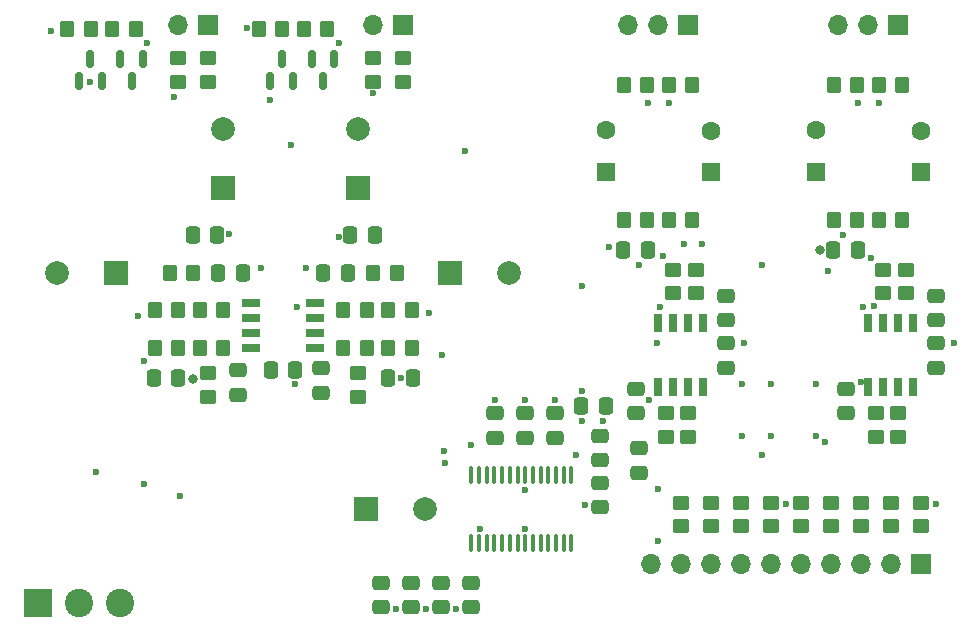
<source format=gts>
G04 #@! TF.GenerationSoftware,KiCad,Pcbnew,8.0.3*
G04 #@! TF.CreationDate,2024-07-30T18:49:54+02:00*
G04 #@! TF.ProjectId,CODEC Dev Board,434f4445-4320-4446-9576-20426f617264,rev?*
G04 #@! TF.SameCoordinates,Original*
G04 #@! TF.FileFunction,Soldermask,Top*
G04 #@! TF.FilePolarity,Negative*
%FSLAX46Y46*%
G04 Gerber Fmt 4.6, Leading zero omitted, Abs format (unit mm)*
G04 Created by KiCad (PCBNEW 8.0.3) date 2024-07-30 18:49:54*
%MOMM*%
%LPD*%
G01*
G04 APERTURE LIST*
G04 Aperture macros list*
%AMRoundRect*
0 Rectangle with rounded corners*
0 $1 Rounding radius*
0 $2 $3 $4 $5 $6 $7 $8 $9 X,Y pos of 4 corners*
0 Add a 4 corners polygon primitive as box body*
4,1,4,$2,$3,$4,$5,$6,$7,$8,$9,$2,$3,0*
0 Add four circle primitives for the rounded corners*
1,1,$1+$1,$2,$3*
1,1,$1+$1,$4,$5*
1,1,$1+$1,$6,$7*
1,1,$1+$1,$8,$9*
0 Add four rect primitives between the rounded corners*
20,1,$1+$1,$2,$3,$4,$5,0*
20,1,$1+$1,$4,$5,$6,$7,0*
20,1,$1+$1,$6,$7,$8,$9,0*
20,1,$1+$1,$8,$9,$2,$3,0*%
G04 Aperture macros list end*
%ADD10R,1.600000X1.600000*%
%ADD11C,1.600000*%
%ADD12RoundRect,0.250000X-0.350000X-0.450000X0.350000X-0.450000X0.350000X0.450000X-0.350000X0.450000X0*%
%ADD13RoundRect,0.250000X0.337500X0.475000X-0.337500X0.475000X-0.337500X-0.475000X0.337500X-0.475000X0*%
%ADD14RoundRect,0.250000X0.350000X0.450000X-0.350000X0.450000X-0.350000X-0.450000X0.350000X-0.450000X0*%
%ADD15RoundRect,0.250000X-0.450000X0.350000X-0.450000X-0.350000X0.450000X-0.350000X0.450000X0.350000X0*%
%ADD16RoundRect,0.250000X-0.475000X0.337500X-0.475000X-0.337500X0.475000X-0.337500X0.475000X0.337500X0*%
%ADD17RoundRect,0.250000X0.475000X-0.337500X0.475000X0.337500X-0.475000X0.337500X-0.475000X-0.337500X0*%
%ADD18RoundRect,0.250000X0.450000X-0.350000X0.450000X0.350000X-0.450000X0.350000X-0.450000X-0.350000X0*%
%ADD19R,1.700000X1.700000*%
%ADD20O,1.700000X1.700000*%
%ADD21R,2.000000X2.000000*%
%ADD22C,2.000000*%
%ADD23RoundRect,0.250000X-0.337500X-0.475000X0.337500X-0.475000X0.337500X0.475000X-0.337500X0.475000X0*%
%ADD24RoundRect,0.150000X-0.150000X0.587500X-0.150000X-0.587500X0.150000X-0.587500X0.150000X0.587500X0*%
%ADD25RoundRect,0.100000X0.100000X-0.637500X0.100000X0.637500X-0.100000X0.637500X-0.100000X-0.637500X0*%
%ADD26R,0.650000X1.525000*%
%ADD27RoundRect,0.150000X0.150000X-0.587500X0.150000X0.587500X-0.150000X0.587500X-0.150000X-0.587500X0*%
%ADD28R,1.525000X0.650000*%
%ADD29R,2.400000X2.400000*%
%ADD30C,2.400000*%
%ADD31C,0.800000*%
%ADD32C,0.600000*%
G04 APERTURE END LIST*
D10*
X157480000Y-95067000D03*
D11*
X157480000Y-91567000D03*
D12*
X121285000Y-106807000D03*
X123285000Y-106807000D03*
D13*
X120163500Y-100457000D03*
X118088500Y-100457000D03*
D14*
X147050000Y-87757000D03*
X145050000Y-87757000D03*
D15*
X164465000Y-115525000D03*
X164465000Y-117525000D03*
D10*
X148590000Y-95124651D03*
D11*
X148590000Y-91624651D03*
D14*
X103505000Y-106807000D03*
X101505000Y-106807000D03*
D16*
X123190000Y-129878000D03*
X123190000Y-131953000D03*
D17*
X139237000Y-119517000D03*
X139237000Y-117442000D03*
D16*
X128270000Y-129878000D03*
X128270000Y-131953000D03*
D12*
X114125000Y-82954677D03*
X116125000Y-82954677D03*
D18*
X148590000Y-123095000D03*
X148590000Y-125095000D03*
D19*
X106045000Y-82677000D03*
D20*
X103505000Y-82677000D03*
D21*
X107315000Y-96474677D03*
D22*
X107315000Y-91474677D03*
D23*
X115802500Y-103632000D03*
X117877500Y-103632000D03*
D16*
X139237000Y-121422000D03*
X139237000Y-123497000D03*
D23*
X104753500Y-100457000D03*
X106828500Y-100457000D03*
D14*
X122015000Y-103632000D03*
X120015000Y-103632000D03*
D13*
X143277500Y-101727000D03*
X141202500Y-101727000D03*
D10*
X139700000Y-95067000D03*
D11*
X139700000Y-91567000D03*
D17*
X149860000Y-111654500D03*
X149860000Y-109579500D03*
D21*
X126537323Y-103632000D03*
D22*
X131537323Y-103632000D03*
D17*
X132887000Y-117602000D03*
X132887000Y-115527000D03*
D16*
X149860000Y-105597500D03*
X149860000Y-107672500D03*
X142494000Y-118491000D03*
X142494000Y-120566000D03*
D10*
X166370000Y-95124651D03*
D11*
X166370000Y-91624651D03*
D21*
X118745000Y-96474677D03*
D22*
X118745000Y-91474677D03*
D15*
X156210000Y-125095000D03*
X156210000Y-123095000D03*
D23*
X111357500Y-111887000D03*
X113432500Y-111887000D03*
D18*
X161290000Y-123095000D03*
X161290000Y-125095000D03*
D12*
X110315000Y-82954677D03*
X112315000Y-82954677D03*
D24*
X100520000Y-85494677D03*
X98620000Y-85494677D03*
X99570000Y-87369677D03*
D16*
X120650000Y-129878000D03*
X120650000Y-131953000D03*
D13*
X123360000Y-112522000D03*
X121285000Y-112522000D03*
D14*
X103505000Y-109982000D03*
X101505000Y-109982000D03*
D19*
X122560000Y-82677000D03*
D20*
X120020000Y-82677000D03*
D13*
X161057500Y-101727000D03*
X158982500Y-101727000D03*
D18*
X158750000Y-123095000D03*
X158750000Y-125095000D03*
X122555000Y-87487000D03*
X122555000Y-85487000D03*
D12*
X94125000Y-82954677D03*
X96125000Y-82954677D03*
D14*
X143240000Y-87757000D03*
X141240000Y-87757000D03*
D12*
X117475000Y-109982000D03*
X119475000Y-109982000D03*
D15*
X106045000Y-112157000D03*
X106045000Y-114157000D03*
D25*
X128337000Y-126492000D03*
X128987000Y-126492000D03*
X129637000Y-126492000D03*
X130287000Y-126492000D03*
X130937000Y-126492000D03*
X131587000Y-126492000D03*
X132237000Y-126492000D03*
X132887000Y-126492000D03*
X133537000Y-126492000D03*
X134187000Y-126492000D03*
X134837000Y-126492000D03*
X135487000Y-126492000D03*
X136137000Y-126492000D03*
X136787000Y-126492000D03*
X136787000Y-120767000D03*
X136137000Y-120767000D03*
X135487000Y-120767000D03*
X134837000Y-120767000D03*
X134187000Y-120767000D03*
X133537000Y-120767000D03*
X132887000Y-120767000D03*
X132237000Y-120767000D03*
X131587000Y-120767000D03*
X130937000Y-120767000D03*
X130287000Y-120767000D03*
X129637000Y-120767000D03*
X128987000Y-120767000D03*
X128337000Y-120767000D03*
D23*
X137646500Y-114935000D03*
X139721500Y-114935000D03*
D21*
X119399323Y-123639500D03*
D22*
X124399323Y-123639500D03*
D18*
X103505000Y-87487000D03*
X103505000Y-85487000D03*
D16*
X115570000Y-111717000D03*
X115570000Y-113792000D03*
D18*
X106045000Y-87487000D03*
X106045000Y-85487000D03*
D15*
X163195000Y-103365000D03*
X163195000Y-105365000D03*
X118745000Y-112157000D03*
X118745000Y-114157000D03*
D12*
X117475000Y-106807000D03*
X119475000Y-106807000D03*
D18*
X147320000Y-105365000D03*
X147320000Y-103365000D03*
D12*
X97935000Y-82954677D03*
X99935000Y-82954677D03*
D16*
X130347000Y-115527000D03*
X130347000Y-117602000D03*
D18*
X151130000Y-123095000D03*
X151130000Y-125095000D03*
D14*
X143240000Y-99187000D03*
X141240000Y-99187000D03*
D26*
X165735000Y-107905000D03*
X164465000Y-107905000D03*
X163195000Y-107905000D03*
X161925000Y-107905000D03*
X161925000Y-113329000D03*
X163195000Y-113329000D03*
X164465000Y-113329000D03*
X165735000Y-113329000D03*
D18*
X163830000Y-123095000D03*
X163830000Y-125095000D03*
D14*
X164830000Y-99187000D03*
X162830000Y-99187000D03*
D17*
X135427000Y-117602000D03*
X135427000Y-115527000D03*
D18*
X162560000Y-117525000D03*
X162560000Y-115525000D03*
D19*
X164465000Y-82677000D03*
D20*
X161925000Y-82677000D03*
X159385000Y-82677000D03*
D27*
X111315000Y-87369677D03*
X113215000Y-87369677D03*
X112265000Y-85494677D03*
D16*
X125730000Y-129878000D03*
X125730000Y-131953000D03*
D27*
X95125000Y-87369677D03*
X97025000Y-87369677D03*
X96075000Y-85494677D03*
D18*
X165100000Y-105365000D03*
X165100000Y-103365000D03*
D28*
X115107000Y-109982000D03*
X115107000Y-108712000D03*
X115107000Y-107442000D03*
X115107000Y-106172000D03*
X109683000Y-106172000D03*
X109683000Y-107442000D03*
X109683000Y-108712000D03*
X109683000Y-109982000D03*
D17*
X167640000Y-111654500D03*
X167640000Y-109579500D03*
D12*
X102775000Y-103632000D03*
X104775000Y-103632000D03*
D17*
X142240000Y-115525000D03*
X142240000Y-113450000D03*
D15*
X145415000Y-103365000D03*
X145415000Y-105365000D03*
D29*
X91597000Y-131572000D03*
D30*
X95097000Y-131572000D03*
X98597000Y-131572000D03*
D13*
X101430000Y-112522000D03*
X103505000Y-112522000D03*
D14*
X161020000Y-99187000D03*
X159020000Y-99187000D03*
X107315000Y-109982000D03*
X105315000Y-109982000D03*
D12*
X121285000Y-109982000D03*
X123285000Y-109982000D03*
D15*
X120015000Y-85487000D03*
X120015000Y-87487000D03*
D14*
X147050000Y-99187000D03*
X145050000Y-99187000D03*
D16*
X108585000Y-111887000D03*
X108585000Y-113962000D03*
D18*
X144780000Y-117525000D03*
X144780000Y-115525000D03*
D24*
X116710000Y-85494677D03*
X114810000Y-85494677D03*
X115760000Y-87369677D03*
D15*
X146685000Y-115525000D03*
X146685000Y-117525000D03*
D17*
X160020000Y-115525000D03*
X160020000Y-113450000D03*
D18*
X146050000Y-123095000D03*
X146050000Y-125095000D03*
X153670000Y-123095000D03*
X153670000Y-125095000D03*
D19*
X166370000Y-128270000D03*
D20*
X163830000Y-128270000D03*
X161290000Y-128270000D03*
X158750000Y-128270000D03*
X156210000Y-128270000D03*
X153670000Y-128270000D03*
X151130000Y-128270000D03*
X148590000Y-128270000D03*
X146050000Y-128270000D03*
X143510000Y-128270000D03*
D16*
X167640000Y-105597500D03*
X167640000Y-107672500D03*
D14*
X161020000Y-87757000D03*
X159020000Y-87757000D03*
D19*
X146685000Y-82677000D03*
D20*
X144145000Y-82677000D03*
X141605000Y-82677000D03*
D14*
X164830000Y-87757000D03*
X162830000Y-87757000D03*
D15*
X166370000Y-125095000D03*
X166370000Y-123095000D03*
D14*
X107315000Y-106807000D03*
X105315000Y-106807000D03*
D26*
X147955000Y-107905000D03*
X146685000Y-107905000D03*
X145415000Y-107905000D03*
X144145000Y-107905000D03*
X144145000Y-113329000D03*
X145415000Y-113329000D03*
X146685000Y-113329000D03*
X147955000Y-113329000D03*
D13*
X108987500Y-103632000D03*
X106912500Y-103632000D03*
D22*
X93252677Y-103632000D03*
D21*
X98252677Y-103632000D03*
D31*
X104756969Y-112650895D03*
X157861000Y-101727000D03*
D32*
X151257000Y-117475000D03*
X151257000Y-113030000D03*
X157480000Y-117475000D03*
X153670000Y-117475000D03*
X153670000Y-113030000D03*
X157480000Y-113030000D03*
X167640000Y-123190000D03*
X154970000Y-123190000D03*
X144145000Y-121920000D03*
X144145000Y-126365000D03*
X121920000Y-132080000D03*
X124460000Y-132080000D03*
X127000000Y-132080000D03*
X158496000Y-103505000D03*
X158242000Y-117983000D03*
X132842000Y-114427000D03*
X139446000Y-116205000D03*
X161036000Y-89281000D03*
X113432500Y-113008500D03*
X114300000Y-103251000D03*
X135382000Y-114427000D03*
X144018000Y-109601000D03*
X103124000Y-88773000D03*
X117094000Y-84201000D03*
X92710000Y-83185000D03*
X107823000Y-100330000D03*
X132842000Y-125349000D03*
X120015000Y-88392000D03*
X129032000Y-125349000D03*
X145034000Y-89281000D03*
X139954000Y-101473000D03*
X151384000Y-109601000D03*
X161515343Y-106567328D03*
X132842000Y-122047000D03*
X169164000Y-109601000D03*
X130302000Y-114427000D03*
X117094000Y-100584000D03*
X122372500Y-112522000D03*
X162814000Y-89281000D03*
X143256000Y-89281000D03*
X110490000Y-103251000D03*
X109347000Y-82931000D03*
X137922000Y-123317000D03*
X113538000Y-106553000D03*
X100838000Y-84201000D03*
X162179000Y-102362000D03*
X162422000Y-106415000D03*
X152908000Y-119091000D03*
X152908000Y-102997000D03*
X161290000Y-112903000D03*
X159766000Y-100457000D03*
X137668000Y-116205000D03*
X137160000Y-119041000D03*
X137668000Y-113665000D03*
X137668000Y-104775000D03*
X144526000Y-102235000D03*
X144272000Y-106553000D03*
X142494000Y-102997000D03*
X143381491Y-114427000D03*
X128270000Y-118237000D03*
X111252000Y-89027000D03*
X113030000Y-92837000D03*
X127762000Y-93345000D03*
X96520000Y-120523000D03*
X96012000Y-87503000D03*
X125984000Y-118745000D03*
X125814000Y-110617000D03*
X124714000Y-107061000D03*
X126111000Y-119729500D03*
X100584000Y-121539000D03*
X100584000Y-111125000D03*
X103632000Y-122504500D03*
X100076000Y-107315000D03*
X146304000Y-101219000D03*
X147828000Y-101219000D03*
M02*

</source>
